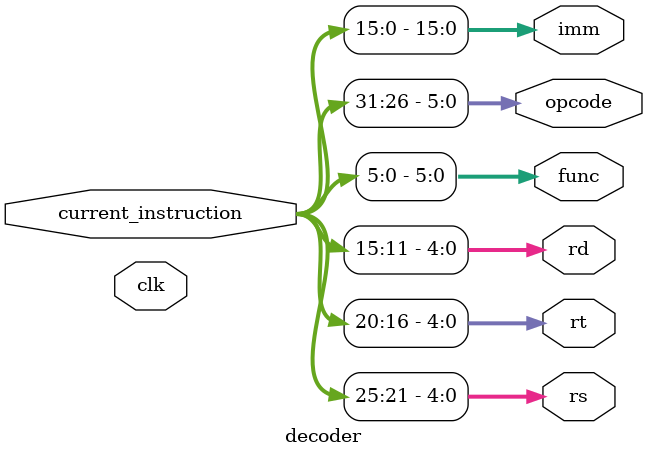
<source format=v>
`timescale 1ns / 1ps


module decoder(
    input clk,
    input [31:0] current_instruction,
    output [4:0] rs, rt, rd,
    output [5:0] func, opcode, // íà âûõîä èíäåêñû ðåãèñòðîâ, ôàíê è îïêîä äëÿ êîìàíä I è R
    output [15:0] imm // íà âûõîä êîíñòàíòà â êîìàíäàõ òèïà I
);
// êàêîé áû êîìàíäà íå áûëà rs è rt âñå ðàâíî âîò ýòè áèòû
assign rs = current_instruction[25:21];
assign rt = current_instruction[20:16];

// Îïðåäåëåíèå òèïà èíñòðóêöèè è ïðèñâàèâàíèå rd, func, opcode è imm
assign opcode = current_instruction[31:26]; // Îïêîä äëÿ âñåõ òèïîâ èíñòðóêöèé

assign rd = current_instruction[15:11];
assign func = current_instruction[5:0];
assign imm = current_instruction[15:0];

/*
// Îïðåäåëåíèå, ÿâëÿåòñÿ ëè èíñòðóêöèÿ òèïîì R
wire isTypeR = (opcode == 6'b000000);
assign rd = isTypeR ? current_instruction[15:11] : 5'b0; // rd òîëüêî äëÿ òèïà R
assign func = isTypeR ? current_instruction[5:0] : 6'b0; // func òîëüêî äëÿ òèïà R
assign imm = isTypeR ? 16'b0 : current_instruction[15:0]; // imm òîëüêî äëÿ òèïà I
*/
endmodule 

</source>
